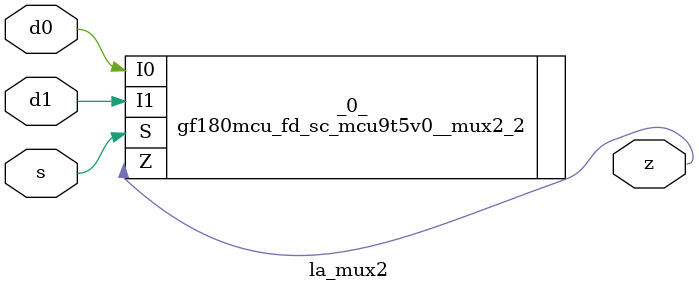
<source format=v>

/* Generated by Yosys 0.44 (git sha1 80ba43d26, g++ 11.4.0-1ubuntu1~22.04 -fPIC -O3) */

(* top =  1  *)
(* src = "inputs/la_mux2.v:10.1-21.10" *)
module la_mux2 (
    d0,
    d1,
    s,
    z
);
  (* src = "inputs/la_mux2.v:13.12-13.14" *)
  input d0;
  wire d0;
  (* src = "inputs/la_mux2.v:14.12-14.14" *)
  input d1;
  wire d1;
  (* src = "inputs/la_mux2.v:15.12-15.13" *)
  input s;
  wire s;
  (* src = "inputs/la_mux2.v:16.12-16.13" *)
  output z;
  wire z;
  gf180mcu_fd_sc_mcu9t5v0__mux2_2 _0_ (
      .I0(d0),
      .I1(d1),
      .S (s),
      .Z (z)
  );
endmodule

</source>
